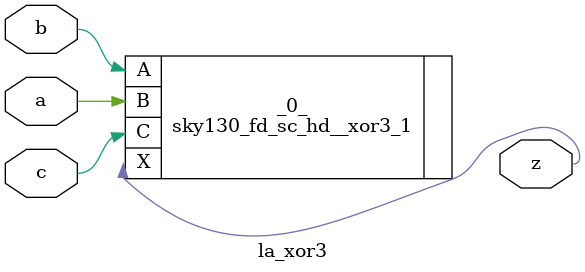
<source format=v>
/* Generated by Yosys 0.37 (git sha1 a5c7f69ed, clang 14.0.0-1ubuntu1.1 -fPIC -Os) */

module la_xor3(a, b, c, z);
  input a;
  wire a;
  input b;
  wire b;
  input c;
  wire c;
  output z;
  wire z;
  sky130_fd_sc_hd__xor3_1 _0_ (
    .A(b),
    .B(a),
    .C(c),
    .X(z)
  );
endmodule

</source>
